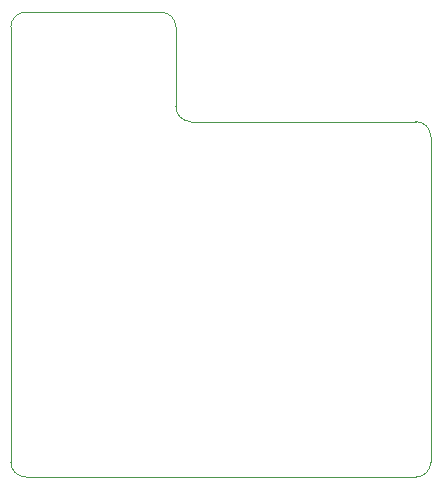
<source format=gm1>
G04 #@! TF.GenerationSoftware,KiCad,Pcbnew,9.0.0*
G04 #@! TF.CreationDate,2025-05-26T23:55:01+02:00*
G04 #@! TF.ProjectId,ckbd,636b6264-2e6b-4696-9361-645f70636258,c*
G04 #@! TF.SameCoordinates,Original*
G04 #@! TF.FileFunction,Profile,NP*
%FSLAX46Y46*%
G04 Gerber Fmt 4.6, Leading zero omitted, Abs format (unit mm)*
G04 Created by KiCad (PCBNEW 9.0.0) date 2025-05-26 23:55:01*
%MOMM*%
%LPD*%
G01*
G04 APERTURE LIST*
G04 #@! TA.AperFunction,Profile*
%ADD10C,0.050000*%
G04 #@! TD*
G04 APERTURE END LIST*
D10*
X138963400Y-48082200D02*
G75*
G02*
X140233400Y-49352200I0J-1270000D01*
G01*
X104673400Y-40081200D02*
G75*
G02*
X105943400Y-38811200I1270000J0D01*
G01*
X119913400Y-48082200D02*
G75*
G02*
X118643400Y-46812200I0J1270000D01*
G01*
X140233400Y-76911200D02*
G75*
G02*
X138963400Y-78181200I-1270000J0D01*
G01*
X104673400Y-40081200D02*
X104673400Y-76911200D01*
X117373400Y-38811200D02*
X105943400Y-38811200D01*
X105943400Y-78181200D02*
X138963400Y-78181200D01*
X138963400Y-48082200D02*
X119913400Y-48082200D01*
X105943400Y-78181200D02*
G75*
G02*
X104673400Y-76911200I0J1270000D01*
G01*
X118643400Y-40081200D02*
X118643400Y-46812200D01*
X117373400Y-38811200D02*
G75*
G02*
X118643400Y-40081200I0J-1270000D01*
G01*
X140233400Y-76911200D02*
X140233400Y-49352200D01*
M02*

</source>
